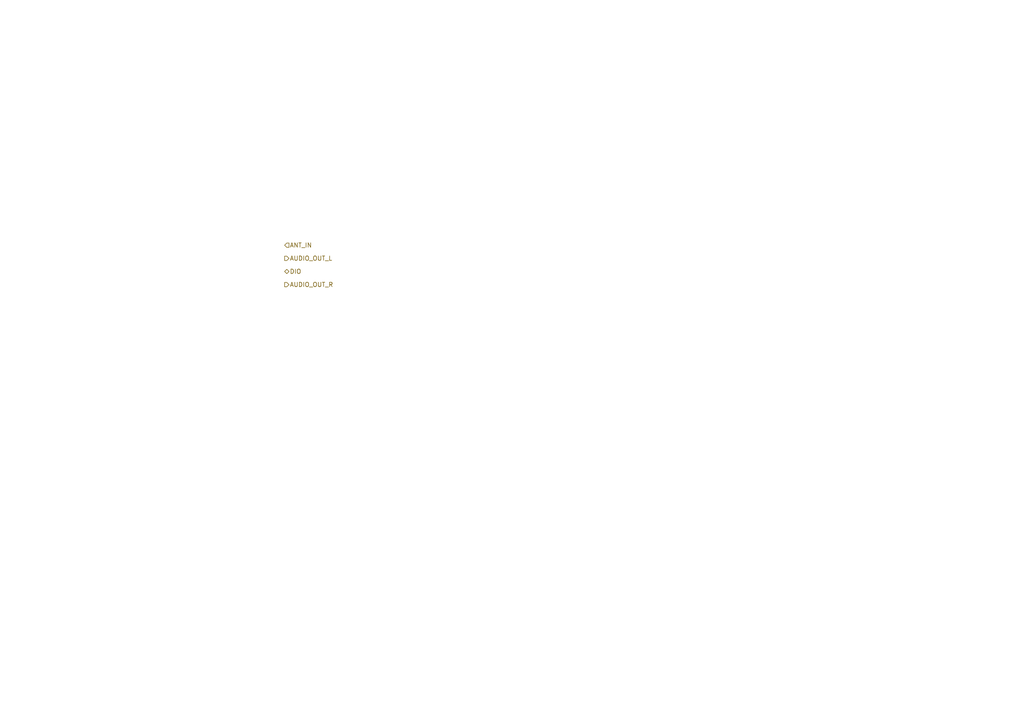
<source format=kicad_sch>
(kicad_sch
	(version 20231120)
	(generator "eeschema")
	(generator_version "8.0")
	(uuid "9f749681-747d-431e-a0a2-9cea735d15df")
	(paper "A4")
	(lib_symbols)
	(hierarchical_label "AUDIO_OUT_L"
		(shape output)
		(at 82.55 74.93 0)
		(fields_autoplaced yes)
		(effects
			(font
				(size 1.27 1.27)
			)
			(justify left)
		)
		(uuid "1afbc852-928c-46ba-9fee-dc76b3b58675")
	)
	(hierarchical_label "AUDIO_OUT_R"
		(shape output)
		(at 82.55 82.55 0)
		(fields_autoplaced yes)
		(effects
			(font
				(size 1.27 1.27)
			)
			(justify left)
		)
		(uuid "99b79fdf-bc66-4072-b8f0-10e3f0c1cd7b")
	)
	(hierarchical_label "DIO"
		(shape bidirectional)
		(at 82.55 78.74 0)
		(fields_autoplaced yes)
		(effects
			(font
				(size 1.27 1.27)
			)
			(justify left)
		)
		(uuid "bb6c12c9-c6b7-4ccc-b263-0a19e339c38b")
	)
	(hierarchical_label "ANT_IN"
		(shape input)
		(at 82.55 71.12 0)
		(fields_autoplaced yes)
		(effects
			(font
				(size 1.27 1.27)
			)
			(justify left)
		)
		(uuid "daeb091b-4ee0-4a13-8e9a-f818f5060325")
	)
)
</source>
